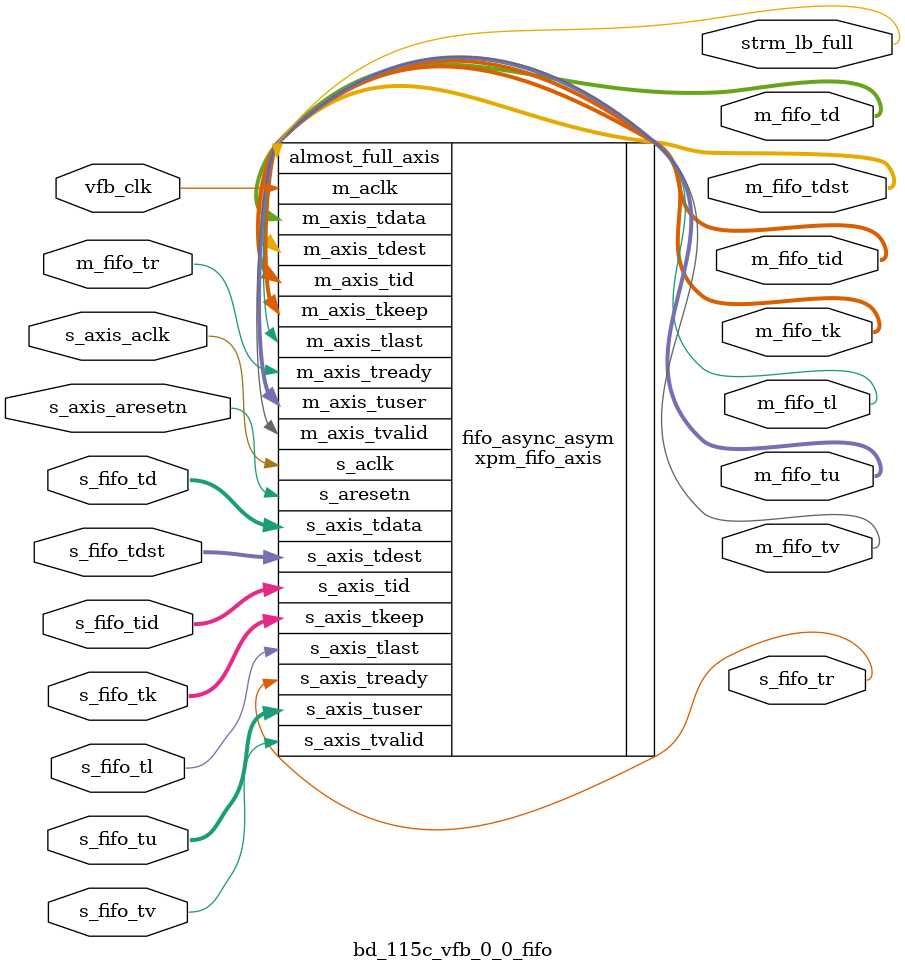
<source format=v>
`timescale 1ps/1ps
module bd_115c_vfb_0_0_fifo (
  input            s_axis_aclk    ,

  input         s_axis_aresetn ,
  input            vfb_clk        ,
  output    s_fifo_tr      ,
  input     s_fifo_tv      ,
  input      [64-1:0]  s_fifo_td      ,
  input [31:0]     s_fifo_tid    ,   
  input      [24-1:0]  s_fifo_tu      ,
  input      [31:0] s_fifo_tdst      ,
  input      [8-1:0] s_fifo_tk      ,
  input      s_fifo_tl      ,
  input     m_fifo_tr      ,
  output     m_fifo_tv      ,
  output   [64-1:0]   m_fifo_td      ,
  output [31:0]     m_fifo_tid    ,   
  output[ 31:0]     m_fifo_tdst    ,   
  output   [24-1:0]  m_fifo_tu      ,
  output    [8-1:0] m_fifo_tk      ,
  output      m_fifo_tl      ,
  output  strm_lb_full   
);

xpm_fifo_axis#(
      .CLOCKING_MODE("independent_clock"), // String
      .ECC_MODE("no_ecc"),            // String
      .FIFO_DEPTH(2048),              // DECIMAL
      .FIFO_MEMORY_TYPE("block"),      // String
      .PACKET_FIFO("false"),          // String
      .PROG_EMPTY_THRESH(10),         // DECIMAL
      .PROG_FULL_THRESH(2043),          // DECIMAL
      .RD_DATA_COUNT_WIDTH(1),        // DECIMAL
      .RELATED_CLOCKS(0),             // DECIMAL
      .SIM_ASSERT_CHK(0),             // DECIMAL; 0=disable simulation messages, 1=enable simulation messages
      .TDATA_WIDTH(64),               // DECIMAL
      .TDEST_WIDTH(32),                // DECIMAL
      .TID_WIDTH(32),                  // DECIMAL
      .TUSER_WIDTH(24),                // DECIMAL
      .USE_ADV_FEATURES("1000"),      // String
      .WR_DATA_COUNT_WIDTH(1)         // DECIMAL
 ) fifo_async_asym(
  .s_aclk            (s_axis_aclk    ),
  .s_aresetn         (s_axis_aresetn ),
  .m_aclk            (vfb_clk        ),
  .s_axis_tready     (s_fifo_tr      ),
  .s_axis_tvalid     (s_fifo_tv      ),
  .s_axis_tdata      (s_fifo_td      ),
  .s_axis_tid      ( s_fifo_tid      ),
  .s_axis_tuser      (s_fifo_tu      ),
  .s_axis_tdest      (s_fifo_tdst      ),
  .s_axis_tkeep      (s_fifo_tk      ),
  .s_axis_tlast      (s_fifo_tl      ),
  .m_axis_tready     (m_fifo_tr      ),
  .m_axis_tvalid     (m_fifo_tv      ),
  .m_axis_tdata      (m_fifo_td      ),
  .m_axis_tid        (m_fifo_tid      ),
  .m_axis_tdest      (m_fifo_tdst     ),
  .m_axis_tuser      (m_fifo_tu      ),
  .m_axis_tkeep      (m_fifo_tk      ),
  .m_axis_tlast      (m_fifo_tl      ),
  .almost_full_axis  (strm_lb_full   )
);
endmodule

</source>
